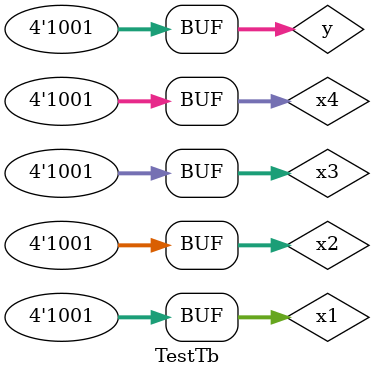
<source format=v>
`timescale 1ns/1ps

module TestTb;

reg[3:0] y;
wire [3:0] x1,x2,x3,x4;

assign #2 x1=y;
assign #4 x2=y;
assign #6.555 x3=y;
assign #6.5555 x4=y;


initial begin
   #0 y = 4'd0;
   #3 y = 4'd9;
end

endmodule 
</source>
